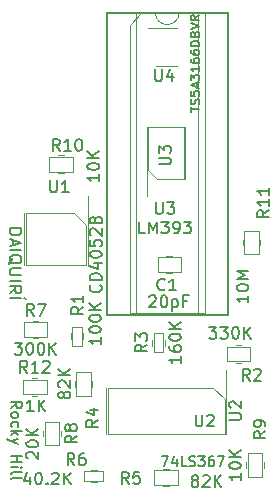
<source format=gbr>
G04 #@! TF.GenerationSoftware,KiCad,Pcbnew,5.1.5+dfsg1-2build2*
G04 #@! TF.CreationDate,2021-11-18T22:50:20-05:00*
G04 #@! TF.ProjectId,color_computer_dac,636f6c6f-725f-4636-9f6d-70757465725f,1.1.0*
G04 #@! TF.SameCoordinates,Original*
G04 #@! TF.FileFunction,Legend,Top*
G04 #@! TF.FilePolarity,Positive*
%FSLAX46Y46*%
G04 Gerber Fmt 4.6, Leading zero omitted, Abs format (unit mm)*
G04 Created by KiCad (PCBNEW 5.1.5+dfsg1-2build2) date 2021-11-18 22:50:20*
%MOMM*%
%LPD*%
G04 APERTURE LIST*
%ADD10C,0.150000*%
%ADD11C,0.100000*%
%ADD12C,0.120000*%
%ADD13C,0.130000*%
G04 APERTURE END LIST*
D10*
X114962857Y-125968571D02*
X115391428Y-125668571D01*
X114962857Y-125454285D02*
X115862857Y-125454285D01*
X115862857Y-125797142D01*
X115820000Y-125882857D01*
X115777142Y-125925714D01*
X115691428Y-125968571D01*
X115562857Y-125968571D01*
X115477142Y-125925714D01*
X115434285Y-125882857D01*
X115391428Y-125797142D01*
X115391428Y-125454285D01*
X114962857Y-126482857D02*
X115005714Y-126397142D01*
X115048571Y-126354285D01*
X115134285Y-126311428D01*
X115391428Y-126311428D01*
X115477142Y-126354285D01*
X115520000Y-126397142D01*
X115562857Y-126482857D01*
X115562857Y-126611428D01*
X115520000Y-126697142D01*
X115477142Y-126740000D01*
X115391428Y-126782857D01*
X115134285Y-126782857D01*
X115048571Y-126740000D01*
X115005714Y-126697142D01*
X114962857Y-126611428D01*
X114962857Y-126482857D01*
X115005714Y-127554285D02*
X114962857Y-127468571D01*
X114962857Y-127297142D01*
X115005714Y-127211428D01*
X115048571Y-127168571D01*
X115134285Y-127125714D01*
X115391428Y-127125714D01*
X115477142Y-127168571D01*
X115520000Y-127211428D01*
X115562857Y-127297142D01*
X115562857Y-127468571D01*
X115520000Y-127554285D01*
X114962857Y-127940000D02*
X115862857Y-127940000D01*
X115305714Y-128025714D02*
X114962857Y-128282857D01*
X115562857Y-128282857D02*
X115220000Y-127940000D01*
X115562857Y-128582857D02*
X114962857Y-128797142D01*
X115562857Y-129011428D02*
X114962857Y-128797142D01*
X114748571Y-128711428D01*
X114705714Y-128668571D01*
X114662857Y-128582857D01*
X114962857Y-130040000D02*
X115862857Y-130040000D01*
X115434285Y-130040000D02*
X115434285Y-130554285D01*
X114962857Y-130554285D02*
X115862857Y-130554285D01*
X114962857Y-130982857D02*
X115562857Y-130982857D01*
X115862857Y-130982857D02*
X115820000Y-130940000D01*
X115777142Y-130982857D01*
X115820000Y-131025714D01*
X115862857Y-130982857D01*
X115777142Y-130982857D01*
X114962857Y-131540000D02*
X115005714Y-131454285D01*
X115091428Y-131411428D01*
X115862857Y-131411428D01*
X114962857Y-132011428D02*
X115005714Y-131925714D01*
X115091428Y-131882857D01*
X115862857Y-131882857D01*
X114847619Y-110767619D02*
X115847619Y-110767619D01*
X115847619Y-111005714D01*
X115800000Y-111148571D01*
X115704761Y-111243809D01*
X115609523Y-111291428D01*
X115419047Y-111339047D01*
X115276190Y-111339047D01*
X115085714Y-111291428D01*
X114990476Y-111243809D01*
X114895238Y-111148571D01*
X114847619Y-111005714D01*
X114847619Y-110767619D01*
X115133333Y-111720000D02*
X115133333Y-112196190D01*
X114847619Y-111624761D02*
X115847619Y-111958095D01*
X114847619Y-112291428D01*
X114847619Y-112624761D02*
X115847619Y-112624761D01*
X114752380Y-113767619D02*
X114800000Y-113672380D01*
X114895238Y-113577142D01*
X115038095Y-113434285D01*
X115085714Y-113339047D01*
X115085714Y-113243809D01*
X114847619Y-113291428D02*
X114895238Y-113196190D01*
X114990476Y-113100952D01*
X115180952Y-113053333D01*
X115514285Y-113053333D01*
X115704761Y-113100952D01*
X115800000Y-113196190D01*
X115847619Y-113291428D01*
X115847619Y-113481904D01*
X115800000Y-113577142D01*
X115704761Y-113672380D01*
X115514285Y-113720000D01*
X115180952Y-113720000D01*
X114990476Y-113672380D01*
X114895238Y-113577142D01*
X114847619Y-113481904D01*
X114847619Y-113291428D01*
X115847619Y-114148571D02*
X115038095Y-114148571D01*
X114942857Y-114196190D01*
X114895238Y-114243809D01*
X114847619Y-114339047D01*
X114847619Y-114529523D01*
X114895238Y-114624761D01*
X114942857Y-114672380D01*
X115038095Y-114720000D01*
X115847619Y-114720000D01*
X114847619Y-115196190D02*
X115847619Y-115196190D01*
X114847619Y-116243809D02*
X115323809Y-115910476D01*
X114847619Y-115672380D02*
X115847619Y-115672380D01*
X115847619Y-116053333D01*
X115800000Y-116148571D01*
X115752380Y-116196190D01*
X115657142Y-116243809D01*
X115514285Y-116243809D01*
X115419047Y-116196190D01*
X115371428Y-116148571D01*
X115323809Y-116053333D01*
X115323809Y-115672380D01*
X114847619Y-116672380D02*
X115847619Y-116672380D01*
X116228571Y-116767619D02*
X116085714Y-116624761D01*
D11*
X127370000Y-114435000D02*
X127370000Y-113185000D01*
X127370000Y-113185000D02*
X129370000Y-113185000D01*
X129370000Y-113185000D02*
X129370000Y-114435000D01*
X129370000Y-114435000D02*
X127370000Y-114435000D01*
D12*
X128108748Y-113075000D02*
X128631252Y-113075000D01*
X128108748Y-114545000D02*
X128631252Y-114545000D01*
X129185000Y-92495000D02*
G75*
G02X127185000Y-92495000I-1000000J0D01*
G01*
D11*
X126010000Y-92555000D02*
X131360000Y-92555000D01*
X131360000Y-92555000D02*
X131360000Y-117955000D01*
X131360000Y-117955000D02*
X125010000Y-117955000D01*
X125010000Y-117955000D02*
X125010000Y-93555000D01*
X125010000Y-93555000D02*
X126010000Y-92555000D01*
X123105000Y-92495000D02*
X123105000Y-118015000D01*
X123105000Y-118015000D02*
X133265000Y-118015000D01*
X133265000Y-118015000D02*
X133265000Y-92495000D01*
X133265000Y-92495000D02*
X123105000Y-92495000D01*
D12*
X127185000Y-92495000D02*
X125535000Y-92495000D01*
X125535000Y-92495000D02*
X125535000Y-118015000D01*
X125535000Y-118015000D02*
X130835000Y-118015000D01*
X130835000Y-118015000D02*
X130835000Y-92495000D01*
X130835000Y-92495000D02*
X129185000Y-92495000D01*
X123045000Y-92435000D02*
X123045000Y-118075000D01*
X123045000Y-118075000D02*
X133325000Y-118075000D01*
X133325000Y-118075000D02*
X133325000Y-92435000D01*
X133325000Y-92435000D02*
X123045000Y-92435000D01*
D11*
X120972500Y-120700000D02*
X120147500Y-120700000D01*
X120147500Y-120700000D02*
X120147500Y-119100000D01*
X120147500Y-119100000D02*
X120972500Y-119100000D01*
X120972500Y-119100000D02*
X120972500Y-120700000D01*
D12*
X120037500Y-120154724D02*
X120037500Y-119645276D01*
X121082500Y-120154724D02*
X121082500Y-119645276D01*
X134447064Y-120655000D02*
X133992936Y-120655000D01*
X134447064Y-122125000D02*
X133992936Y-122125000D01*
D11*
X133220000Y-120765000D02*
X135220000Y-120765000D01*
X133220000Y-122015000D02*
X133220000Y-120765000D01*
X135220000Y-122015000D02*
X133220000Y-122015000D01*
X135220000Y-120765000D02*
X135220000Y-122015000D01*
D12*
X127982500Y-120684724D02*
X127982500Y-120175276D01*
X126937500Y-120684724D02*
X126937500Y-120175276D01*
D11*
X127872500Y-119630000D02*
X127872500Y-121230000D01*
X127047500Y-119630000D02*
X127872500Y-119630000D01*
X127047500Y-121230000D02*
X127047500Y-119630000D01*
X127872500Y-121230000D02*
X127047500Y-121230000D01*
X120465000Y-122940000D02*
X121715000Y-122940000D01*
X121715000Y-122940000D02*
X121715000Y-124940000D01*
X121715000Y-124940000D02*
X120465000Y-124940000D01*
X120465000Y-124940000D02*
X120465000Y-122940000D01*
D12*
X121825000Y-123712936D02*
X121825000Y-124167064D01*
X120355000Y-123712936D02*
X120355000Y-124167064D01*
X128307064Y-131115000D02*
X127852936Y-131115000D01*
X128307064Y-132585000D02*
X127852936Y-132585000D01*
D11*
X127080000Y-131225000D02*
X129080000Y-131225000D01*
X127080000Y-132475000D02*
X127080000Y-131225000D01*
X129080000Y-132475000D02*
X127080000Y-132475000D01*
X129080000Y-131225000D02*
X129080000Y-132475000D01*
X121170000Y-132152500D02*
X121170000Y-131327500D01*
X121170000Y-131327500D02*
X122770000Y-131327500D01*
X122770000Y-131327500D02*
X122770000Y-132152500D01*
X122770000Y-132152500D02*
X121170000Y-132152500D01*
D12*
X121715276Y-131217500D02*
X122224724Y-131217500D01*
X121715276Y-132262500D02*
X122224724Y-132262500D01*
X116822936Y-120075000D02*
X117277064Y-120075000D01*
X116822936Y-118605000D02*
X117277064Y-118605000D01*
D11*
X118050000Y-119965000D02*
X116050000Y-119965000D01*
X118050000Y-118715000D02*
X118050000Y-119965000D01*
X116050000Y-118715000D02*
X118050000Y-118715000D01*
X116050000Y-119965000D02*
X116050000Y-118715000D01*
D12*
X117695000Y-127912936D02*
X117695000Y-128367064D01*
X119165000Y-127912936D02*
X119165000Y-128367064D01*
D11*
X117805000Y-129140000D02*
X117805000Y-127140000D01*
X119055000Y-129140000D02*
X117805000Y-129140000D01*
X119055000Y-127140000D02*
X119055000Y-129140000D01*
X117805000Y-127140000D02*
X119055000Y-127140000D01*
X134995000Y-129800000D02*
X136245000Y-129800000D01*
X136245000Y-129800000D02*
X136245000Y-131800000D01*
X136245000Y-131800000D02*
X134995000Y-131800000D01*
X134995000Y-131800000D02*
X134995000Y-129800000D01*
D12*
X136355000Y-130572936D02*
X136355000Y-131027064D01*
X134885000Y-130572936D02*
X134885000Y-131027064D01*
D11*
X120190000Y-104695000D02*
X120190000Y-105945000D01*
X120190000Y-105945000D02*
X118190000Y-105945000D01*
X118190000Y-105945000D02*
X118190000Y-104695000D01*
X118190000Y-104695000D02*
X120190000Y-104695000D01*
D12*
X119417064Y-106055000D02*
X118962936Y-106055000D01*
X119417064Y-104585000D02*
X118962936Y-104585000D01*
D11*
X135965000Y-112970000D02*
X134715000Y-112970000D01*
X134715000Y-112970000D02*
X134715000Y-110970000D01*
X134715000Y-110970000D02*
X135965000Y-110970000D01*
X135965000Y-110970000D02*
X135965000Y-112970000D01*
D12*
X134605000Y-112197064D02*
X134605000Y-111742936D01*
X136075000Y-112197064D02*
X136075000Y-111742936D01*
D11*
X115970000Y-124805000D02*
X115970000Y-123555000D01*
X115970000Y-123555000D02*
X117970000Y-123555000D01*
X117970000Y-123555000D02*
X117970000Y-124805000D01*
X117970000Y-124805000D02*
X115970000Y-124805000D01*
D12*
X116742936Y-123445000D02*
X117197064Y-123445000D01*
X116742936Y-124915000D02*
X117197064Y-124915000D01*
X116035000Y-111640000D02*
X116035000Y-113840000D01*
X116035000Y-111640000D02*
X116035000Y-109440000D01*
X121505000Y-111640000D02*
X121505000Y-113840000D01*
X121505000Y-111640000D02*
X121505000Y-107990000D01*
D11*
X121270000Y-110440000D02*
X121270000Y-113840000D01*
X121270000Y-113840000D02*
X116270000Y-113840000D01*
X116270000Y-113840000D02*
X116270000Y-109440000D01*
X116270000Y-109440000D02*
X120270000Y-109440000D01*
X120270000Y-109440000D02*
X121270000Y-110440000D01*
D12*
X123040000Y-126200000D02*
X123040000Y-128150000D01*
X123040000Y-126200000D02*
X123040000Y-124250000D01*
X133160000Y-126200000D02*
X133160000Y-128150000D01*
X133160000Y-126200000D02*
X133160000Y-122750000D01*
D11*
X133050000Y-125225000D02*
X133050000Y-128150000D01*
X133050000Y-128150000D02*
X123150000Y-128150000D01*
X123150000Y-128150000D02*
X123150000Y-124250000D01*
X123150000Y-124250000D02*
X132075000Y-124250000D01*
X132075000Y-124250000D02*
X133050000Y-125225000D01*
D12*
X129690000Y-104390000D02*
X129690000Y-102190000D01*
X129690000Y-104390000D02*
X129690000Y-106590000D01*
X126470000Y-104390000D02*
X126470000Y-102190000D01*
X126470000Y-104390000D02*
X126470000Y-107990000D01*
D11*
X126580000Y-105840000D02*
X126580000Y-102190000D01*
X126580000Y-102190000D02*
X129580000Y-102190000D01*
X129580000Y-102190000D02*
X129580000Y-106590000D01*
X129580000Y-106590000D02*
X127330000Y-106590000D01*
X127330000Y-106590000D02*
X126580000Y-105840000D01*
D12*
X127230000Y-96980000D02*
X129030000Y-96980000D01*
X129030000Y-93760000D02*
X126580000Y-93760000D01*
D10*
X127983333Y-115917142D02*
X127935714Y-115964761D01*
X127792857Y-116012380D01*
X127697619Y-116012380D01*
X127554761Y-115964761D01*
X127459523Y-115869523D01*
X127411904Y-115774285D01*
X127364285Y-115583809D01*
X127364285Y-115440952D01*
X127411904Y-115250476D01*
X127459523Y-115155238D01*
X127554761Y-115060000D01*
X127697619Y-115012380D01*
X127792857Y-115012380D01*
X127935714Y-115060000D01*
X127983333Y-115107619D01*
X128935714Y-116012380D02*
X128364285Y-116012380D01*
X128650000Y-116012380D02*
X128650000Y-115012380D01*
X128554761Y-115155238D01*
X128459523Y-115250476D01*
X128364285Y-115298095D01*
X126667142Y-116537619D02*
X126714761Y-116490000D01*
X126810000Y-116442380D01*
X127048095Y-116442380D01*
X127143333Y-116490000D01*
X127190952Y-116537619D01*
X127238571Y-116632857D01*
X127238571Y-116728095D01*
X127190952Y-116870952D01*
X126619523Y-117442380D01*
X127238571Y-117442380D01*
X127857619Y-116442380D02*
X127952857Y-116442380D01*
X128048095Y-116490000D01*
X128095714Y-116537619D01*
X128143333Y-116632857D01*
X128190952Y-116823333D01*
X128190952Y-117061428D01*
X128143333Y-117251904D01*
X128095714Y-117347142D01*
X128048095Y-117394761D01*
X127952857Y-117442380D01*
X127857619Y-117442380D01*
X127762380Y-117394761D01*
X127714761Y-117347142D01*
X127667142Y-117251904D01*
X127619523Y-117061428D01*
X127619523Y-116823333D01*
X127667142Y-116632857D01*
X127714761Y-116537619D01*
X127762380Y-116490000D01*
X127857619Y-116442380D01*
X128619523Y-116775714D02*
X128619523Y-117775714D01*
X128619523Y-116823333D02*
X128714761Y-116775714D01*
X128905238Y-116775714D01*
X129000476Y-116823333D01*
X129048095Y-116870952D01*
X129095714Y-116966190D01*
X129095714Y-117251904D01*
X129048095Y-117347142D01*
X129000476Y-117394761D01*
X128905238Y-117442380D01*
X128714761Y-117442380D01*
X128619523Y-117394761D01*
X129857619Y-116918571D02*
X129524285Y-116918571D01*
X129524285Y-117442380D02*
X129524285Y-116442380D01*
X130000476Y-116442380D01*
X121072380Y-117406666D02*
X120596190Y-117740000D01*
X121072380Y-117978095D02*
X120072380Y-117978095D01*
X120072380Y-117597142D01*
X120120000Y-117501904D01*
X120167619Y-117454285D01*
X120262857Y-117406666D01*
X120405714Y-117406666D01*
X120500952Y-117454285D01*
X120548571Y-117501904D01*
X120596190Y-117597142D01*
X120596190Y-117978095D01*
X121072380Y-116454285D02*
X121072380Y-117025714D01*
X121072380Y-116740000D02*
X120072380Y-116740000D01*
X120215238Y-116835238D01*
X120310476Y-116930476D01*
X120358095Y-117025714D01*
X122582380Y-119986666D02*
X122582380Y-120558095D01*
X122582380Y-120272380D02*
X121582380Y-120272380D01*
X121725238Y-120367619D01*
X121820476Y-120462857D01*
X121868095Y-120558095D01*
X121582380Y-119367619D02*
X121582380Y-119272380D01*
X121630000Y-119177142D01*
X121677619Y-119129523D01*
X121772857Y-119081904D01*
X121963333Y-119034285D01*
X122201428Y-119034285D01*
X122391904Y-119081904D01*
X122487142Y-119129523D01*
X122534761Y-119177142D01*
X122582380Y-119272380D01*
X122582380Y-119367619D01*
X122534761Y-119462857D01*
X122487142Y-119510476D01*
X122391904Y-119558095D01*
X122201428Y-119605714D01*
X121963333Y-119605714D01*
X121772857Y-119558095D01*
X121677619Y-119510476D01*
X121630000Y-119462857D01*
X121582380Y-119367619D01*
X121582380Y-118415238D02*
X121582380Y-118320000D01*
X121630000Y-118224761D01*
X121677619Y-118177142D01*
X121772857Y-118129523D01*
X121963333Y-118081904D01*
X122201428Y-118081904D01*
X122391904Y-118129523D01*
X122487142Y-118177142D01*
X122534761Y-118224761D01*
X122582380Y-118320000D01*
X122582380Y-118415238D01*
X122534761Y-118510476D01*
X122487142Y-118558095D01*
X122391904Y-118605714D01*
X122201428Y-118653333D01*
X121963333Y-118653333D01*
X121772857Y-118605714D01*
X121677619Y-118558095D01*
X121630000Y-118510476D01*
X121582380Y-118415238D01*
X122582380Y-117653333D02*
X121582380Y-117653333D01*
X122582380Y-117081904D02*
X122010952Y-117510476D01*
X121582380Y-117081904D02*
X122153809Y-117653333D01*
X135173333Y-123652380D02*
X134840000Y-123176190D01*
X134601904Y-123652380D02*
X134601904Y-122652380D01*
X134982857Y-122652380D01*
X135078095Y-122700000D01*
X135125714Y-122747619D01*
X135173333Y-122842857D01*
X135173333Y-122985714D01*
X135125714Y-123080952D01*
X135078095Y-123128571D01*
X134982857Y-123176190D01*
X134601904Y-123176190D01*
X135554285Y-122747619D02*
X135601904Y-122700000D01*
X135697142Y-122652380D01*
X135935238Y-122652380D01*
X136030476Y-122700000D01*
X136078095Y-122747619D01*
X136125714Y-122842857D01*
X136125714Y-122938095D01*
X136078095Y-123080952D01*
X135506666Y-123652380D01*
X136125714Y-123652380D01*
X131724285Y-119102380D02*
X132343333Y-119102380D01*
X132010000Y-119483333D01*
X132152857Y-119483333D01*
X132248095Y-119530952D01*
X132295714Y-119578571D01*
X132343333Y-119673809D01*
X132343333Y-119911904D01*
X132295714Y-120007142D01*
X132248095Y-120054761D01*
X132152857Y-120102380D01*
X131867142Y-120102380D01*
X131771904Y-120054761D01*
X131724285Y-120007142D01*
X132676666Y-119102380D02*
X133295714Y-119102380D01*
X132962380Y-119483333D01*
X133105238Y-119483333D01*
X133200476Y-119530952D01*
X133248095Y-119578571D01*
X133295714Y-119673809D01*
X133295714Y-119911904D01*
X133248095Y-120007142D01*
X133200476Y-120054761D01*
X133105238Y-120102380D01*
X132819523Y-120102380D01*
X132724285Y-120054761D01*
X132676666Y-120007142D01*
X133914761Y-119102380D02*
X134010000Y-119102380D01*
X134105238Y-119150000D01*
X134152857Y-119197619D01*
X134200476Y-119292857D01*
X134248095Y-119483333D01*
X134248095Y-119721428D01*
X134200476Y-119911904D01*
X134152857Y-120007142D01*
X134105238Y-120054761D01*
X134010000Y-120102380D01*
X133914761Y-120102380D01*
X133819523Y-120054761D01*
X133771904Y-120007142D01*
X133724285Y-119911904D01*
X133676666Y-119721428D01*
X133676666Y-119483333D01*
X133724285Y-119292857D01*
X133771904Y-119197619D01*
X133819523Y-119150000D01*
X133914761Y-119102380D01*
X134676666Y-120102380D02*
X134676666Y-119102380D01*
X135248095Y-120102380D02*
X134819523Y-119530952D01*
X135248095Y-119102380D02*
X134676666Y-119673809D01*
X126482380Y-120596666D02*
X126006190Y-120930000D01*
X126482380Y-121168095D02*
X125482380Y-121168095D01*
X125482380Y-120787142D01*
X125530000Y-120691904D01*
X125577619Y-120644285D01*
X125672857Y-120596666D01*
X125815714Y-120596666D01*
X125910952Y-120644285D01*
X125958571Y-120691904D01*
X126006190Y-120787142D01*
X126006190Y-121168095D01*
X125482380Y-120263333D02*
X125482380Y-119644285D01*
X125863333Y-119977619D01*
X125863333Y-119834761D01*
X125910952Y-119739523D01*
X125958571Y-119691904D01*
X126053809Y-119644285D01*
X126291904Y-119644285D01*
X126387142Y-119691904D01*
X126434761Y-119739523D01*
X126482380Y-119834761D01*
X126482380Y-120120476D01*
X126434761Y-120215714D01*
X126387142Y-120263333D01*
X129342380Y-121596666D02*
X129342380Y-122168095D01*
X129342380Y-121882380D02*
X128342380Y-121882380D01*
X128485238Y-121977619D01*
X128580476Y-122072857D01*
X128628095Y-122168095D01*
X128342380Y-120739523D02*
X128342380Y-120930000D01*
X128390000Y-121025238D01*
X128437619Y-121072857D01*
X128580476Y-121168095D01*
X128770952Y-121215714D01*
X129151904Y-121215714D01*
X129247142Y-121168095D01*
X129294761Y-121120476D01*
X129342380Y-121025238D01*
X129342380Y-120834761D01*
X129294761Y-120739523D01*
X129247142Y-120691904D01*
X129151904Y-120644285D01*
X128913809Y-120644285D01*
X128818571Y-120691904D01*
X128770952Y-120739523D01*
X128723333Y-120834761D01*
X128723333Y-121025238D01*
X128770952Y-121120476D01*
X128818571Y-121168095D01*
X128913809Y-121215714D01*
X128342380Y-120025238D02*
X128342380Y-119930000D01*
X128390000Y-119834761D01*
X128437619Y-119787142D01*
X128532857Y-119739523D01*
X128723333Y-119691904D01*
X128961428Y-119691904D01*
X129151904Y-119739523D01*
X129247142Y-119787142D01*
X129294761Y-119834761D01*
X129342380Y-119930000D01*
X129342380Y-120025238D01*
X129294761Y-120120476D01*
X129247142Y-120168095D01*
X129151904Y-120215714D01*
X128961428Y-120263333D01*
X128723333Y-120263333D01*
X128532857Y-120215714D01*
X128437619Y-120168095D01*
X128390000Y-120120476D01*
X128342380Y-120025238D01*
X129342380Y-119263333D02*
X128342380Y-119263333D01*
X129342380Y-118691904D02*
X128770952Y-119120476D01*
X128342380Y-118691904D02*
X128913809Y-119263333D01*
X122332380Y-126966666D02*
X121856190Y-127300000D01*
X122332380Y-127538095D02*
X121332380Y-127538095D01*
X121332380Y-127157142D01*
X121380000Y-127061904D01*
X121427619Y-127014285D01*
X121522857Y-126966666D01*
X121665714Y-126966666D01*
X121760952Y-127014285D01*
X121808571Y-127061904D01*
X121856190Y-127157142D01*
X121856190Y-127538095D01*
X121665714Y-126109523D02*
X122332380Y-126109523D01*
X121284761Y-126347619D02*
X121999047Y-126585714D01*
X121999047Y-125966666D01*
X119410952Y-124971428D02*
X119363333Y-125066666D01*
X119315714Y-125114285D01*
X119220476Y-125161904D01*
X119172857Y-125161904D01*
X119077619Y-125114285D01*
X119030000Y-125066666D01*
X118982380Y-124971428D01*
X118982380Y-124780952D01*
X119030000Y-124685714D01*
X119077619Y-124638095D01*
X119172857Y-124590476D01*
X119220476Y-124590476D01*
X119315714Y-124638095D01*
X119363333Y-124685714D01*
X119410952Y-124780952D01*
X119410952Y-124971428D01*
X119458571Y-125066666D01*
X119506190Y-125114285D01*
X119601428Y-125161904D01*
X119791904Y-125161904D01*
X119887142Y-125114285D01*
X119934761Y-125066666D01*
X119982380Y-124971428D01*
X119982380Y-124780952D01*
X119934761Y-124685714D01*
X119887142Y-124638095D01*
X119791904Y-124590476D01*
X119601428Y-124590476D01*
X119506190Y-124638095D01*
X119458571Y-124685714D01*
X119410952Y-124780952D01*
X119077619Y-124209523D02*
X119030000Y-124161904D01*
X118982380Y-124066666D01*
X118982380Y-123828571D01*
X119030000Y-123733333D01*
X119077619Y-123685714D01*
X119172857Y-123638095D01*
X119268095Y-123638095D01*
X119410952Y-123685714D01*
X119982380Y-124257142D01*
X119982380Y-123638095D01*
X119982380Y-123209523D02*
X118982380Y-123209523D01*
X119982380Y-122638095D02*
X119410952Y-123066666D01*
X118982380Y-122638095D02*
X119553809Y-123209523D01*
X124923333Y-132382380D02*
X124590000Y-131906190D01*
X124351904Y-132382380D02*
X124351904Y-131382380D01*
X124732857Y-131382380D01*
X124828095Y-131430000D01*
X124875714Y-131477619D01*
X124923333Y-131572857D01*
X124923333Y-131715714D01*
X124875714Y-131810952D01*
X124828095Y-131858571D01*
X124732857Y-131906190D01*
X124351904Y-131906190D01*
X125828095Y-131382380D02*
X125351904Y-131382380D01*
X125304285Y-131858571D01*
X125351904Y-131810952D01*
X125447142Y-131763333D01*
X125685238Y-131763333D01*
X125780476Y-131810952D01*
X125828095Y-131858571D01*
X125875714Y-131953809D01*
X125875714Y-132191904D01*
X125828095Y-132287142D01*
X125780476Y-132334761D01*
X125685238Y-132382380D01*
X125447142Y-132382380D01*
X125351904Y-132334761D01*
X125304285Y-132287142D01*
X130448571Y-132100952D02*
X130353333Y-132053333D01*
X130305714Y-132005714D01*
X130258095Y-131910476D01*
X130258095Y-131862857D01*
X130305714Y-131767619D01*
X130353333Y-131720000D01*
X130448571Y-131672380D01*
X130639047Y-131672380D01*
X130734285Y-131720000D01*
X130781904Y-131767619D01*
X130829523Y-131862857D01*
X130829523Y-131910476D01*
X130781904Y-132005714D01*
X130734285Y-132053333D01*
X130639047Y-132100952D01*
X130448571Y-132100952D01*
X130353333Y-132148571D01*
X130305714Y-132196190D01*
X130258095Y-132291428D01*
X130258095Y-132481904D01*
X130305714Y-132577142D01*
X130353333Y-132624761D01*
X130448571Y-132672380D01*
X130639047Y-132672380D01*
X130734285Y-132624761D01*
X130781904Y-132577142D01*
X130829523Y-132481904D01*
X130829523Y-132291428D01*
X130781904Y-132196190D01*
X130734285Y-132148571D01*
X130639047Y-132100952D01*
X131210476Y-131767619D02*
X131258095Y-131720000D01*
X131353333Y-131672380D01*
X131591428Y-131672380D01*
X131686666Y-131720000D01*
X131734285Y-131767619D01*
X131781904Y-131862857D01*
X131781904Y-131958095D01*
X131734285Y-132100952D01*
X131162857Y-132672380D01*
X131781904Y-132672380D01*
X132210476Y-132672380D02*
X132210476Y-131672380D01*
X132781904Y-132672380D02*
X132353333Y-132100952D01*
X132781904Y-131672380D02*
X132210476Y-132243809D01*
X120323333Y-130802380D02*
X119990000Y-130326190D01*
X119751904Y-130802380D02*
X119751904Y-129802380D01*
X120132857Y-129802380D01*
X120228095Y-129850000D01*
X120275714Y-129897619D01*
X120323333Y-129992857D01*
X120323333Y-130135714D01*
X120275714Y-130230952D01*
X120228095Y-130278571D01*
X120132857Y-130326190D01*
X119751904Y-130326190D01*
X121180476Y-129802380D02*
X120990000Y-129802380D01*
X120894761Y-129850000D01*
X120847142Y-129897619D01*
X120751904Y-130040476D01*
X120704285Y-130230952D01*
X120704285Y-130611904D01*
X120751904Y-130707142D01*
X120799523Y-130754761D01*
X120894761Y-130802380D01*
X121085238Y-130802380D01*
X121180476Y-130754761D01*
X121228095Y-130707142D01*
X121275714Y-130611904D01*
X121275714Y-130373809D01*
X121228095Y-130278571D01*
X121180476Y-130230952D01*
X121085238Y-130183333D01*
X120894761Y-130183333D01*
X120799523Y-130230952D01*
X120751904Y-130278571D01*
X120704285Y-130373809D01*
X116530000Y-131775714D02*
X116530000Y-132442380D01*
X116291904Y-131394761D02*
X116053809Y-132109047D01*
X116672857Y-132109047D01*
X117244285Y-131442380D02*
X117339523Y-131442380D01*
X117434761Y-131490000D01*
X117482380Y-131537619D01*
X117530000Y-131632857D01*
X117577619Y-131823333D01*
X117577619Y-132061428D01*
X117530000Y-132251904D01*
X117482380Y-132347142D01*
X117434761Y-132394761D01*
X117339523Y-132442380D01*
X117244285Y-132442380D01*
X117149047Y-132394761D01*
X117101428Y-132347142D01*
X117053809Y-132251904D01*
X117006190Y-132061428D01*
X117006190Y-131823333D01*
X117053809Y-131632857D01*
X117101428Y-131537619D01*
X117149047Y-131490000D01*
X117244285Y-131442380D01*
X118006190Y-132347142D02*
X118053809Y-132394761D01*
X118006190Y-132442380D01*
X117958571Y-132394761D01*
X118006190Y-132347142D01*
X118006190Y-132442380D01*
X118434761Y-131537619D02*
X118482380Y-131490000D01*
X118577619Y-131442380D01*
X118815714Y-131442380D01*
X118910952Y-131490000D01*
X118958571Y-131537619D01*
X119006190Y-131632857D01*
X119006190Y-131728095D01*
X118958571Y-131870952D01*
X118387142Y-132442380D01*
X119006190Y-132442380D01*
X119434761Y-132442380D02*
X119434761Y-131442380D01*
X120006190Y-132442380D02*
X119577619Y-131870952D01*
X120006190Y-131442380D02*
X119434761Y-132013809D01*
X116883333Y-118142380D02*
X116550000Y-117666190D01*
X116311904Y-118142380D02*
X116311904Y-117142380D01*
X116692857Y-117142380D01*
X116788095Y-117190000D01*
X116835714Y-117237619D01*
X116883333Y-117332857D01*
X116883333Y-117475714D01*
X116835714Y-117570952D01*
X116788095Y-117618571D01*
X116692857Y-117666190D01*
X116311904Y-117666190D01*
X117216666Y-117142380D02*
X117883333Y-117142380D01*
X117454761Y-118142380D01*
X115264285Y-120442380D02*
X115883333Y-120442380D01*
X115550000Y-120823333D01*
X115692857Y-120823333D01*
X115788095Y-120870952D01*
X115835714Y-120918571D01*
X115883333Y-121013809D01*
X115883333Y-121251904D01*
X115835714Y-121347142D01*
X115788095Y-121394761D01*
X115692857Y-121442380D01*
X115407142Y-121442380D01*
X115311904Y-121394761D01*
X115264285Y-121347142D01*
X116502380Y-120442380D02*
X116597619Y-120442380D01*
X116692857Y-120490000D01*
X116740476Y-120537619D01*
X116788095Y-120632857D01*
X116835714Y-120823333D01*
X116835714Y-121061428D01*
X116788095Y-121251904D01*
X116740476Y-121347142D01*
X116692857Y-121394761D01*
X116597619Y-121442380D01*
X116502380Y-121442380D01*
X116407142Y-121394761D01*
X116359523Y-121347142D01*
X116311904Y-121251904D01*
X116264285Y-121061428D01*
X116264285Y-120823333D01*
X116311904Y-120632857D01*
X116359523Y-120537619D01*
X116407142Y-120490000D01*
X116502380Y-120442380D01*
X117454761Y-120442380D02*
X117550000Y-120442380D01*
X117645238Y-120490000D01*
X117692857Y-120537619D01*
X117740476Y-120632857D01*
X117788095Y-120823333D01*
X117788095Y-121061428D01*
X117740476Y-121251904D01*
X117692857Y-121347142D01*
X117645238Y-121394761D01*
X117550000Y-121442380D01*
X117454761Y-121442380D01*
X117359523Y-121394761D01*
X117311904Y-121347142D01*
X117264285Y-121251904D01*
X117216666Y-121061428D01*
X117216666Y-120823333D01*
X117264285Y-120632857D01*
X117311904Y-120537619D01*
X117359523Y-120490000D01*
X117454761Y-120442380D01*
X118216666Y-121442380D02*
X118216666Y-120442380D01*
X118788095Y-121442380D02*
X118359523Y-120870952D01*
X118788095Y-120442380D02*
X118216666Y-121013809D01*
X120532380Y-128306666D02*
X120056190Y-128640000D01*
X120532380Y-128878095D02*
X119532380Y-128878095D01*
X119532380Y-128497142D01*
X119580000Y-128401904D01*
X119627619Y-128354285D01*
X119722857Y-128306666D01*
X119865714Y-128306666D01*
X119960952Y-128354285D01*
X120008571Y-128401904D01*
X120056190Y-128497142D01*
X120056190Y-128878095D01*
X119960952Y-127735238D02*
X119913333Y-127830476D01*
X119865714Y-127878095D01*
X119770476Y-127925714D01*
X119722857Y-127925714D01*
X119627619Y-127878095D01*
X119580000Y-127830476D01*
X119532380Y-127735238D01*
X119532380Y-127544761D01*
X119580000Y-127449523D01*
X119627619Y-127401904D01*
X119722857Y-127354285D01*
X119770476Y-127354285D01*
X119865714Y-127401904D01*
X119913333Y-127449523D01*
X119960952Y-127544761D01*
X119960952Y-127735238D01*
X120008571Y-127830476D01*
X120056190Y-127878095D01*
X120151428Y-127925714D01*
X120341904Y-127925714D01*
X120437142Y-127878095D01*
X120484761Y-127830476D01*
X120532380Y-127735238D01*
X120532380Y-127544761D01*
X120484761Y-127449523D01*
X120437142Y-127401904D01*
X120341904Y-127354285D01*
X120151428Y-127354285D01*
X120056190Y-127401904D01*
X120008571Y-127449523D01*
X119960952Y-127544761D01*
X116367619Y-130241904D02*
X116320000Y-130194285D01*
X116272380Y-130099047D01*
X116272380Y-129860952D01*
X116320000Y-129765714D01*
X116367619Y-129718095D01*
X116462857Y-129670476D01*
X116558095Y-129670476D01*
X116700952Y-129718095D01*
X117272380Y-130289523D01*
X117272380Y-129670476D01*
X116272380Y-129051428D02*
X116272380Y-128956190D01*
X116320000Y-128860952D01*
X116367619Y-128813333D01*
X116462857Y-128765714D01*
X116653333Y-128718095D01*
X116891428Y-128718095D01*
X117081904Y-128765714D01*
X117177142Y-128813333D01*
X117224761Y-128860952D01*
X117272380Y-128956190D01*
X117272380Y-129051428D01*
X117224761Y-129146666D01*
X117177142Y-129194285D01*
X117081904Y-129241904D01*
X116891428Y-129289523D01*
X116653333Y-129289523D01*
X116462857Y-129241904D01*
X116367619Y-129194285D01*
X116320000Y-129146666D01*
X116272380Y-129051428D01*
X117272380Y-128289523D02*
X116272380Y-128289523D01*
X117272380Y-127718095D02*
X116700952Y-128146666D01*
X116272380Y-127718095D02*
X116843809Y-128289523D01*
X136502380Y-127956666D02*
X136026190Y-128290000D01*
X136502380Y-128528095D02*
X135502380Y-128528095D01*
X135502380Y-128147142D01*
X135550000Y-128051904D01*
X135597619Y-128004285D01*
X135692857Y-127956666D01*
X135835714Y-127956666D01*
X135930952Y-128004285D01*
X135978571Y-128051904D01*
X136026190Y-128147142D01*
X136026190Y-128528095D01*
X136502380Y-127480476D02*
X136502380Y-127290000D01*
X136454761Y-127194761D01*
X136407142Y-127147142D01*
X136264285Y-127051904D01*
X136073809Y-127004285D01*
X135692857Y-127004285D01*
X135597619Y-127051904D01*
X135550000Y-127099523D01*
X135502380Y-127194761D01*
X135502380Y-127385238D01*
X135550000Y-127480476D01*
X135597619Y-127528095D01*
X135692857Y-127575714D01*
X135930952Y-127575714D01*
X136026190Y-127528095D01*
X136073809Y-127480476D01*
X136121428Y-127385238D01*
X136121428Y-127194761D01*
X136073809Y-127099523D01*
X136026190Y-127051904D01*
X135930952Y-127004285D01*
X134422380Y-131490476D02*
X134422380Y-132061904D01*
X134422380Y-131776190D02*
X133422380Y-131776190D01*
X133565238Y-131871428D01*
X133660476Y-131966666D01*
X133708095Y-132061904D01*
X133422380Y-130871428D02*
X133422380Y-130776190D01*
X133470000Y-130680952D01*
X133517619Y-130633333D01*
X133612857Y-130585714D01*
X133803333Y-130538095D01*
X134041428Y-130538095D01*
X134231904Y-130585714D01*
X134327142Y-130633333D01*
X134374761Y-130680952D01*
X134422380Y-130776190D01*
X134422380Y-130871428D01*
X134374761Y-130966666D01*
X134327142Y-131014285D01*
X134231904Y-131061904D01*
X134041428Y-131109523D01*
X133803333Y-131109523D01*
X133612857Y-131061904D01*
X133517619Y-131014285D01*
X133470000Y-130966666D01*
X133422380Y-130871428D01*
X134422380Y-130109523D02*
X133422380Y-130109523D01*
X134422380Y-129538095D02*
X133850952Y-129966666D01*
X133422380Y-129538095D02*
X133993809Y-130109523D01*
X119087142Y-104192380D02*
X118753809Y-103716190D01*
X118515714Y-104192380D02*
X118515714Y-103192380D01*
X118896666Y-103192380D01*
X118991904Y-103240000D01*
X119039523Y-103287619D01*
X119087142Y-103382857D01*
X119087142Y-103525714D01*
X119039523Y-103620952D01*
X118991904Y-103668571D01*
X118896666Y-103716190D01*
X118515714Y-103716190D01*
X120039523Y-104192380D02*
X119468095Y-104192380D01*
X119753809Y-104192380D02*
X119753809Y-103192380D01*
X119658571Y-103335238D01*
X119563333Y-103430476D01*
X119468095Y-103478095D01*
X120658571Y-103192380D02*
X120753809Y-103192380D01*
X120849047Y-103240000D01*
X120896666Y-103287619D01*
X120944285Y-103382857D01*
X120991904Y-103573333D01*
X120991904Y-103811428D01*
X120944285Y-104001904D01*
X120896666Y-104097142D01*
X120849047Y-104144761D01*
X120753809Y-104192380D01*
X120658571Y-104192380D01*
X120563333Y-104144761D01*
X120515714Y-104097142D01*
X120468095Y-104001904D01*
X120420476Y-103811428D01*
X120420476Y-103573333D01*
X120468095Y-103382857D01*
X120515714Y-103287619D01*
X120563333Y-103240000D01*
X120658571Y-103192380D01*
X122422380Y-106180476D02*
X122422380Y-106751904D01*
X122422380Y-106466190D02*
X121422380Y-106466190D01*
X121565238Y-106561428D01*
X121660476Y-106656666D01*
X121708095Y-106751904D01*
X121422380Y-105561428D02*
X121422380Y-105466190D01*
X121470000Y-105370952D01*
X121517619Y-105323333D01*
X121612857Y-105275714D01*
X121803333Y-105228095D01*
X122041428Y-105228095D01*
X122231904Y-105275714D01*
X122327142Y-105323333D01*
X122374761Y-105370952D01*
X122422380Y-105466190D01*
X122422380Y-105561428D01*
X122374761Y-105656666D01*
X122327142Y-105704285D01*
X122231904Y-105751904D01*
X122041428Y-105799523D01*
X121803333Y-105799523D01*
X121612857Y-105751904D01*
X121517619Y-105704285D01*
X121470000Y-105656666D01*
X121422380Y-105561428D01*
X122422380Y-104799523D02*
X121422380Y-104799523D01*
X122422380Y-104228095D02*
X121850952Y-104656666D01*
X121422380Y-104228095D02*
X121993809Y-104799523D01*
X136812380Y-109232857D02*
X136336190Y-109566190D01*
X136812380Y-109804285D02*
X135812380Y-109804285D01*
X135812380Y-109423333D01*
X135860000Y-109328095D01*
X135907619Y-109280476D01*
X136002857Y-109232857D01*
X136145714Y-109232857D01*
X136240952Y-109280476D01*
X136288571Y-109328095D01*
X136336190Y-109423333D01*
X136336190Y-109804285D01*
X136812380Y-108280476D02*
X136812380Y-108851904D01*
X136812380Y-108566190D02*
X135812380Y-108566190D01*
X135955238Y-108661428D01*
X136050476Y-108756666D01*
X136098095Y-108851904D01*
X136812380Y-107328095D02*
X136812380Y-107899523D01*
X136812380Y-107613809D02*
X135812380Y-107613809D01*
X135955238Y-107709047D01*
X136050476Y-107804285D01*
X136098095Y-107899523D01*
X135062380Y-116451904D02*
X135062380Y-117023333D01*
X135062380Y-116737619D02*
X134062380Y-116737619D01*
X134205238Y-116832857D01*
X134300476Y-116928095D01*
X134348095Y-117023333D01*
X134062380Y-115832857D02*
X134062380Y-115737619D01*
X134110000Y-115642380D01*
X134157619Y-115594761D01*
X134252857Y-115547142D01*
X134443333Y-115499523D01*
X134681428Y-115499523D01*
X134871904Y-115547142D01*
X134967142Y-115594761D01*
X135014761Y-115642380D01*
X135062380Y-115737619D01*
X135062380Y-115832857D01*
X135014761Y-115928095D01*
X134967142Y-115975714D01*
X134871904Y-116023333D01*
X134681428Y-116070952D01*
X134443333Y-116070952D01*
X134252857Y-116023333D01*
X134157619Y-115975714D01*
X134110000Y-115928095D01*
X134062380Y-115832857D01*
X135062380Y-115070952D02*
X134062380Y-115070952D01*
X134776666Y-114737619D01*
X134062380Y-114404285D01*
X135062380Y-114404285D01*
X116327142Y-122982380D02*
X115993809Y-122506190D01*
X115755714Y-122982380D02*
X115755714Y-121982380D01*
X116136666Y-121982380D01*
X116231904Y-122030000D01*
X116279523Y-122077619D01*
X116327142Y-122172857D01*
X116327142Y-122315714D01*
X116279523Y-122410952D01*
X116231904Y-122458571D01*
X116136666Y-122506190D01*
X115755714Y-122506190D01*
X117279523Y-122982380D02*
X116708095Y-122982380D01*
X116993809Y-122982380D02*
X116993809Y-121982380D01*
X116898571Y-122125238D01*
X116803333Y-122220476D01*
X116708095Y-122268095D01*
X117660476Y-122077619D02*
X117708095Y-122030000D01*
X117803333Y-121982380D01*
X118041428Y-121982380D01*
X118136666Y-122030000D01*
X118184285Y-122077619D01*
X118231904Y-122172857D01*
X118231904Y-122268095D01*
X118184285Y-122410952D01*
X117612857Y-122982380D01*
X118231904Y-122982380D01*
X116875714Y-126262380D02*
X116304285Y-126262380D01*
X116590000Y-126262380D02*
X116590000Y-125262380D01*
X116494761Y-125405238D01*
X116399523Y-125500476D01*
X116304285Y-125548095D01*
X117304285Y-126262380D02*
X117304285Y-125262380D01*
X117875714Y-126262380D02*
X117447142Y-125690952D01*
X117875714Y-125262380D02*
X117304285Y-125833809D01*
X118258095Y-106692380D02*
X118258095Y-107501904D01*
X118305714Y-107597142D01*
X118353333Y-107644761D01*
X118448571Y-107692380D01*
X118639047Y-107692380D01*
X118734285Y-107644761D01*
X118781904Y-107597142D01*
X118829523Y-107501904D01*
X118829523Y-106692380D01*
X119829523Y-107692380D02*
X119258095Y-107692380D01*
X119543809Y-107692380D02*
X119543809Y-106692380D01*
X119448571Y-106835238D01*
X119353333Y-106930476D01*
X119258095Y-106978095D01*
X122537142Y-115565238D02*
X122584761Y-115612857D01*
X122632380Y-115755714D01*
X122632380Y-115850952D01*
X122584761Y-115993809D01*
X122489523Y-116089047D01*
X122394285Y-116136666D01*
X122203809Y-116184285D01*
X122060952Y-116184285D01*
X121870476Y-116136666D01*
X121775238Y-116089047D01*
X121680000Y-115993809D01*
X121632380Y-115850952D01*
X121632380Y-115755714D01*
X121680000Y-115612857D01*
X121727619Y-115565238D01*
X122632380Y-115136666D02*
X121632380Y-115136666D01*
X121632380Y-114898571D01*
X121680000Y-114755714D01*
X121775238Y-114660476D01*
X121870476Y-114612857D01*
X122060952Y-114565238D01*
X122203809Y-114565238D01*
X122394285Y-114612857D01*
X122489523Y-114660476D01*
X122584761Y-114755714D01*
X122632380Y-114898571D01*
X122632380Y-115136666D01*
X121965714Y-113708095D02*
X122632380Y-113708095D01*
X121584761Y-113946190D02*
X122299047Y-114184285D01*
X122299047Y-113565238D01*
X121632380Y-112993809D02*
X121632380Y-112898571D01*
X121680000Y-112803333D01*
X121727619Y-112755714D01*
X121822857Y-112708095D01*
X122013333Y-112660476D01*
X122251428Y-112660476D01*
X122441904Y-112708095D01*
X122537142Y-112755714D01*
X122584761Y-112803333D01*
X122632380Y-112898571D01*
X122632380Y-112993809D01*
X122584761Y-113089047D01*
X122537142Y-113136666D01*
X122441904Y-113184285D01*
X122251428Y-113231904D01*
X122013333Y-113231904D01*
X121822857Y-113184285D01*
X121727619Y-113136666D01*
X121680000Y-113089047D01*
X121632380Y-112993809D01*
X121632380Y-111755714D02*
X121632380Y-112231904D01*
X122108571Y-112279523D01*
X122060952Y-112231904D01*
X122013333Y-112136666D01*
X122013333Y-111898571D01*
X122060952Y-111803333D01*
X122108571Y-111755714D01*
X122203809Y-111708095D01*
X122441904Y-111708095D01*
X122537142Y-111755714D01*
X122584761Y-111803333D01*
X122632380Y-111898571D01*
X122632380Y-112136666D01*
X122584761Y-112231904D01*
X122537142Y-112279523D01*
X121727619Y-111327142D02*
X121680000Y-111279523D01*
X121632380Y-111184285D01*
X121632380Y-110946190D01*
X121680000Y-110850952D01*
X121727619Y-110803333D01*
X121822857Y-110755714D01*
X121918095Y-110755714D01*
X122060952Y-110803333D01*
X122632380Y-111374761D01*
X122632380Y-110755714D01*
X122108571Y-109993809D02*
X122156190Y-109850952D01*
X122203809Y-109803333D01*
X122299047Y-109755714D01*
X122441904Y-109755714D01*
X122537142Y-109803333D01*
X122584761Y-109850952D01*
X122632380Y-109946190D01*
X122632380Y-110327142D01*
X121632380Y-110327142D01*
X121632380Y-109993809D01*
X121680000Y-109898571D01*
X121727619Y-109850952D01*
X121822857Y-109803333D01*
X121918095Y-109803333D01*
X122013333Y-109850952D01*
X122060952Y-109898571D01*
X122108571Y-109993809D01*
X122108571Y-110327142D01*
X133452380Y-126961904D02*
X134261904Y-126961904D01*
X134357142Y-126914285D01*
X134404761Y-126866666D01*
X134452380Y-126771428D01*
X134452380Y-126580952D01*
X134404761Y-126485714D01*
X134357142Y-126438095D01*
X134261904Y-126390476D01*
X133452380Y-126390476D01*
X133547619Y-125961904D02*
X133500000Y-125914285D01*
X133452380Y-125819047D01*
X133452380Y-125580952D01*
X133500000Y-125485714D01*
X133547619Y-125438095D01*
X133642857Y-125390476D01*
X133738095Y-125390476D01*
X133880952Y-125438095D01*
X134452380Y-126009523D01*
X134452380Y-125390476D01*
X127718809Y-130034523D02*
X128285476Y-130034523D01*
X127921190Y-130884523D01*
X128973571Y-130317857D02*
X128973571Y-130884523D01*
X128771190Y-129994047D02*
X128568809Y-130601190D01*
X129095000Y-130601190D01*
X129823571Y-130884523D02*
X129418809Y-130884523D01*
X129418809Y-130034523D01*
X130066428Y-130844047D02*
X130187857Y-130884523D01*
X130390238Y-130884523D01*
X130471190Y-130844047D01*
X130511666Y-130803571D01*
X130552142Y-130722619D01*
X130552142Y-130641666D01*
X130511666Y-130560714D01*
X130471190Y-130520238D01*
X130390238Y-130479761D01*
X130228333Y-130439285D01*
X130147380Y-130398809D01*
X130106904Y-130358333D01*
X130066428Y-130277380D01*
X130066428Y-130196428D01*
X130106904Y-130115476D01*
X130147380Y-130075000D01*
X130228333Y-130034523D01*
X130430714Y-130034523D01*
X130552142Y-130075000D01*
X130835476Y-130034523D02*
X131361666Y-130034523D01*
X131078333Y-130358333D01*
X131199761Y-130358333D01*
X131280714Y-130398809D01*
X131321190Y-130439285D01*
X131361666Y-130520238D01*
X131361666Y-130722619D01*
X131321190Y-130803571D01*
X131280714Y-130844047D01*
X131199761Y-130884523D01*
X130956904Y-130884523D01*
X130875952Y-130844047D01*
X130835476Y-130803571D01*
X132090238Y-130034523D02*
X131928333Y-130034523D01*
X131847380Y-130075000D01*
X131806904Y-130115476D01*
X131725952Y-130236904D01*
X131685476Y-130398809D01*
X131685476Y-130722619D01*
X131725952Y-130803571D01*
X131766428Y-130844047D01*
X131847380Y-130884523D01*
X132009285Y-130884523D01*
X132090238Y-130844047D01*
X132130714Y-130803571D01*
X132171190Y-130722619D01*
X132171190Y-130520238D01*
X132130714Y-130439285D01*
X132090238Y-130398809D01*
X132009285Y-130358333D01*
X131847380Y-130358333D01*
X131766428Y-130398809D01*
X131725952Y-130439285D01*
X131685476Y-130520238D01*
X132454523Y-130034523D02*
X133021190Y-130034523D01*
X132656904Y-130884523D01*
X130603333Y-126523333D02*
X130603333Y-127316666D01*
X130650000Y-127410000D01*
X130696666Y-127456666D01*
X130790000Y-127503333D01*
X130976666Y-127503333D01*
X131070000Y-127456666D01*
X131116666Y-127410000D01*
X131163333Y-127316666D01*
X131163333Y-126523333D01*
X131583333Y-126616666D02*
X131630000Y-126570000D01*
X131723333Y-126523333D01*
X131956666Y-126523333D01*
X132050000Y-126570000D01*
X132096666Y-126616666D01*
X132143333Y-126710000D01*
X132143333Y-126803333D01*
X132096666Y-126943333D01*
X131536666Y-127503333D01*
X132143333Y-127503333D01*
X127228095Y-108542380D02*
X127228095Y-109351904D01*
X127275714Y-109447142D01*
X127323333Y-109494761D01*
X127418571Y-109542380D01*
X127609047Y-109542380D01*
X127704285Y-109494761D01*
X127751904Y-109447142D01*
X127799523Y-109351904D01*
X127799523Y-108542380D01*
X128180476Y-108542380D02*
X128799523Y-108542380D01*
X128466190Y-108923333D01*
X128609047Y-108923333D01*
X128704285Y-108970952D01*
X128751904Y-109018571D01*
X128799523Y-109113809D01*
X128799523Y-109351904D01*
X128751904Y-109447142D01*
X128704285Y-109494761D01*
X128609047Y-109542380D01*
X128323333Y-109542380D01*
X128228095Y-109494761D01*
X128180476Y-109447142D01*
X126299523Y-111182380D02*
X125823333Y-111182380D01*
X125823333Y-110182380D01*
X126632857Y-111182380D02*
X126632857Y-110182380D01*
X126966190Y-110896666D01*
X127299523Y-110182380D01*
X127299523Y-111182380D01*
X127680476Y-110182380D02*
X128299523Y-110182380D01*
X127966190Y-110563333D01*
X128109047Y-110563333D01*
X128204285Y-110610952D01*
X128251904Y-110658571D01*
X128299523Y-110753809D01*
X128299523Y-110991904D01*
X128251904Y-111087142D01*
X128204285Y-111134761D01*
X128109047Y-111182380D01*
X127823333Y-111182380D01*
X127728095Y-111134761D01*
X127680476Y-111087142D01*
X128775714Y-111182380D02*
X128966190Y-111182380D01*
X129061428Y-111134761D01*
X129109047Y-111087142D01*
X129204285Y-110944285D01*
X129251904Y-110753809D01*
X129251904Y-110372857D01*
X129204285Y-110277619D01*
X129156666Y-110230000D01*
X129061428Y-110182380D01*
X128870952Y-110182380D01*
X128775714Y-110230000D01*
X128728095Y-110277619D01*
X128680476Y-110372857D01*
X128680476Y-110610952D01*
X128728095Y-110706190D01*
X128775714Y-110753809D01*
X128870952Y-110801428D01*
X129061428Y-110801428D01*
X129156666Y-110753809D01*
X129204285Y-110706190D01*
X129251904Y-110610952D01*
X129585238Y-110182380D02*
X130204285Y-110182380D01*
X129870952Y-110563333D01*
X130013809Y-110563333D01*
X130109047Y-110610952D01*
X130156666Y-110658571D01*
X130204285Y-110753809D01*
X130204285Y-110991904D01*
X130156666Y-111087142D01*
X130109047Y-111134761D01*
X130013809Y-111182380D01*
X129728095Y-111182380D01*
X129632857Y-111134761D01*
X129585238Y-111087142D01*
X127502380Y-105341904D02*
X128311904Y-105341904D01*
X128407142Y-105294285D01*
X128454761Y-105246666D01*
X128502380Y-105151428D01*
X128502380Y-104960952D01*
X128454761Y-104865714D01*
X128407142Y-104818095D01*
X128311904Y-104770476D01*
X127502380Y-104770476D01*
X127502380Y-104389523D02*
X127502380Y-103770476D01*
X127883333Y-104103809D01*
X127883333Y-103960952D01*
X127930952Y-103865714D01*
X127978571Y-103818095D01*
X128073809Y-103770476D01*
X128311904Y-103770476D01*
X128407142Y-103818095D01*
X128454761Y-103865714D01*
X128502380Y-103960952D01*
X128502380Y-104246666D01*
X128454761Y-104341904D01*
X128407142Y-104389523D01*
X127158095Y-97302380D02*
X127158095Y-98111904D01*
X127205714Y-98207142D01*
X127253333Y-98254761D01*
X127348571Y-98302380D01*
X127539047Y-98302380D01*
X127634285Y-98254761D01*
X127681904Y-98207142D01*
X127729523Y-98111904D01*
X127729523Y-97302380D01*
X128634285Y-97635714D02*
X128634285Y-98302380D01*
X128396190Y-97254761D02*
X128158095Y-97969047D01*
X128777142Y-97969047D01*
D13*
X130159285Y-100905000D02*
X130159285Y-100476428D01*
X130909285Y-100690714D02*
X130159285Y-100690714D01*
X130873571Y-100262142D02*
X130909285Y-100155000D01*
X130909285Y-99976428D01*
X130873571Y-99905000D01*
X130837857Y-99869285D01*
X130766428Y-99833571D01*
X130695000Y-99833571D01*
X130623571Y-99869285D01*
X130587857Y-99905000D01*
X130552142Y-99976428D01*
X130516428Y-100119285D01*
X130480714Y-100190714D01*
X130445000Y-100226428D01*
X130373571Y-100262142D01*
X130302142Y-100262142D01*
X130230714Y-100226428D01*
X130195000Y-100190714D01*
X130159285Y-100119285D01*
X130159285Y-99940714D01*
X130195000Y-99833571D01*
X130159285Y-99155000D02*
X130159285Y-99512142D01*
X130516428Y-99547857D01*
X130480714Y-99512142D01*
X130445000Y-99440714D01*
X130445000Y-99262142D01*
X130480714Y-99190714D01*
X130516428Y-99155000D01*
X130587857Y-99119285D01*
X130766428Y-99119285D01*
X130837857Y-99155000D01*
X130873571Y-99190714D01*
X130909285Y-99262142D01*
X130909285Y-99440714D01*
X130873571Y-99512142D01*
X130837857Y-99547857D01*
X130695000Y-98833571D02*
X130695000Y-98476428D01*
X130909285Y-98905000D02*
X130159285Y-98655000D01*
X130909285Y-98405000D01*
X130159285Y-98226428D02*
X130159285Y-97762142D01*
X130445000Y-98012142D01*
X130445000Y-97905000D01*
X130480714Y-97833571D01*
X130516428Y-97797857D01*
X130587857Y-97762142D01*
X130766428Y-97762142D01*
X130837857Y-97797857D01*
X130873571Y-97833571D01*
X130909285Y-97905000D01*
X130909285Y-98119285D01*
X130873571Y-98190714D01*
X130837857Y-98226428D01*
X130909285Y-97047857D02*
X130909285Y-97476428D01*
X130909285Y-97262142D02*
X130159285Y-97262142D01*
X130266428Y-97333571D01*
X130337857Y-97405000D01*
X130373571Y-97476428D01*
X130159285Y-96405000D02*
X130159285Y-96547857D01*
X130195000Y-96619285D01*
X130230714Y-96655000D01*
X130337857Y-96726428D01*
X130480714Y-96762142D01*
X130766428Y-96762142D01*
X130837857Y-96726428D01*
X130873571Y-96690714D01*
X130909285Y-96619285D01*
X130909285Y-96476428D01*
X130873571Y-96405000D01*
X130837857Y-96369285D01*
X130766428Y-96333571D01*
X130587857Y-96333571D01*
X130516428Y-96369285D01*
X130480714Y-96405000D01*
X130445000Y-96476428D01*
X130445000Y-96619285D01*
X130480714Y-96690714D01*
X130516428Y-96726428D01*
X130587857Y-96762142D01*
X130159285Y-95690714D02*
X130159285Y-95833571D01*
X130195000Y-95905000D01*
X130230714Y-95940714D01*
X130337857Y-96012142D01*
X130480714Y-96047857D01*
X130766428Y-96047857D01*
X130837857Y-96012142D01*
X130873571Y-95976428D01*
X130909285Y-95905000D01*
X130909285Y-95762142D01*
X130873571Y-95690714D01*
X130837857Y-95655000D01*
X130766428Y-95619285D01*
X130587857Y-95619285D01*
X130516428Y-95655000D01*
X130480714Y-95690714D01*
X130445000Y-95762142D01*
X130445000Y-95905000D01*
X130480714Y-95976428D01*
X130516428Y-96012142D01*
X130587857Y-96047857D01*
X130909285Y-95297857D02*
X130159285Y-95297857D01*
X130159285Y-95119285D01*
X130195000Y-95012142D01*
X130266428Y-94940714D01*
X130337857Y-94905000D01*
X130480714Y-94869285D01*
X130587857Y-94869285D01*
X130730714Y-94905000D01*
X130802142Y-94940714D01*
X130873571Y-95012142D01*
X130909285Y-95119285D01*
X130909285Y-95297857D01*
X130516428Y-94297857D02*
X130552142Y-94190714D01*
X130587857Y-94155000D01*
X130659285Y-94119285D01*
X130766428Y-94119285D01*
X130837857Y-94155000D01*
X130873571Y-94190714D01*
X130909285Y-94262142D01*
X130909285Y-94547857D01*
X130159285Y-94547857D01*
X130159285Y-94297857D01*
X130195000Y-94226428D01*
X130230714Y-94190714D01*
X130302142Y-94155000D01*
X130373571Y-94155000D01*
X130445000Y-94190714D01*
X130480714Y-94226428D01*
X130516428Y-94297857D01*
X130516428Y-94547857D01*
X130159285Y-93905000D02*
X130909285Y-93655000D01*
X130159285Y-93405000D01*
X130909285Y-92726428D02*
X130552142Y-92976428D01*
X130909285Y-93155000D02*
X130159285Y-93155000D01*
X130159285Y-92869285D01*
X130195000Y-92797857D01*
X130230714Y-92762142D01*
X130302142Y-92726428D01*
X130409285Y-92726428D01*
X130480714Y-92762142D01*
X130516428Y-92797857D01*
X130552142Y-92869285D01*
X130552142Y-93155000D01*
M02*

</source>
